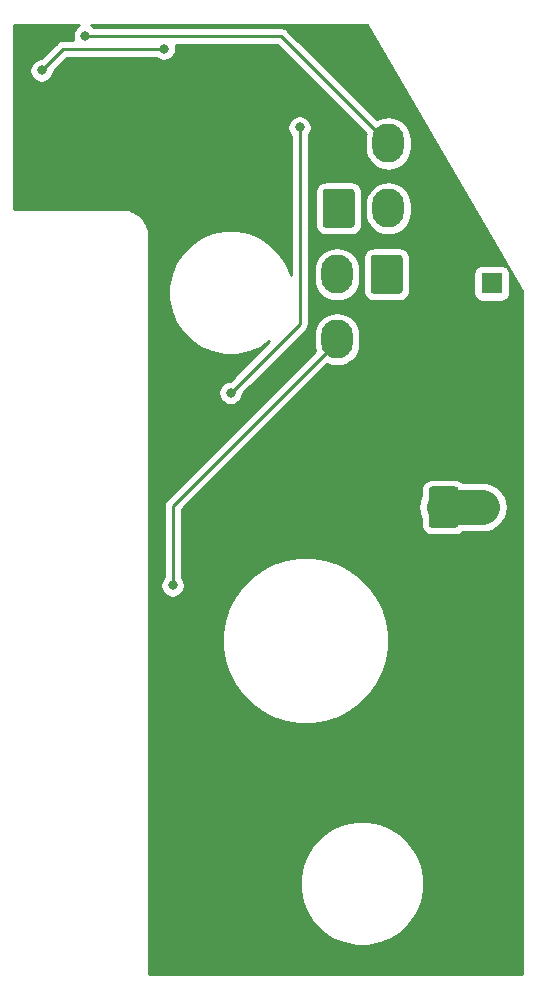
<source format=gbr>
G04 #@! TF.GenerationSoftware,KiCad,Pcbnew,(5.1.10)-1*
G04 #@! TF.CreationDate,2022-05-14T13:39:40+10:00*
G04 #@! TF.ProjectId,AV COOL PCB V2,41562043-4f4f-44c2-9050-43422056322e,rev?*
G04 #@! TF.SameCoordinates,Original*
G04 #@! TF.FileFunction,Copper,L2,Bot*
G04 #@! TF.FilePolarity,Positive*
%FSLAX46Y46*%
G04 Gerber Fmt 4.6, Leading zero omitted, Abs format (unit mm)*
G04 Created by KiCad (PCBNEW (5.1.10)-1) date 2022-05-14 13:39:40*
%MOMM*%
%LPD*%
G01*
G04 APERTURE LIST*
G04 #@! TA.AperFunction,ComponentPad*
%ADD10O,2.700000X3.300000*%
G04 #@! TD*
G04 #@! TA.AperFunction,ComponentPad*
%ADD11C,1.800000*%
G04 #@! TD*
G04 #@! TA.AperFunction,ComponentPad*
%ADD12R,1.800000X1.800000*%
G04 #@! TD*
G04 #@! TA.AperFunction,ViaPad*
%ADD13C,1.000000*%
G04 #@! TD*
G04 #@! TA.AperFunction,ViaPad*
%ADD14C,0.800000*%
G04 #@! TD*
G04 #@! TA.AperFunction,Conductor*
%ADD15C,3.000000*%
G04 #@! TD*
G04 #@! TA.AperFunction,Conductor*
%ADD16C,0.250000*%
G04 #@! TD*
G04 #@! TA.AperFunction,Conductor*
%ADD17C,0.254000*%
G04 #@! TD*
G04 #@! TA.AperFunction,Conductor*
%ADD18C,0.100000*%
G04 #@! TD*
G04 APERTURE END LIST*
D10*
G04 #@! TO.P,J2,4*
G04 #@! TO.N,/DATAOUT*
X236846000Y-61888000D03*
G04 #@! TO.P,J2,3*
G04 #@! TO.N,/LEDGND*
X241046000Y-61888000D03*
G04 #@! TO.P,J2,2*
G04 #@! TO.N,/LED+5V*
X236846000Y-56388000D03*
G04 #@! TO.P,J2,1*
G04 #@! TA.AperFunction,ComponentPad*
G36*
G01*
X242396000Y-54988001D02*
X242396000Y-57787999D01*
G75*
G02*
X242145999Y-58038000I-250001J0D01*
G01*
X239946001Y-58038000D01*
G75*
G02*
X239696000Y-57787999I0J250001D01*
G01*
X239696000Y-54988001D01*
G75*
G02*
X239946001Y-54738000I250001J0D01*
G01*
X242145999Y-54738000D01*
G75*
G02*
X242396000Y-54988001I0J-250001D01*
G01*
G37*
G04 #@! TD.AperFunction*
G04 #@! TD*
G04 #@! TO.P,J1,4*
G04 #@! TO.N,/DATAIN*
X241182000Y-45300000D03*
G04 #@! TO.P,J1,3*
G04 #@! TO.N,/LEDGND*
X236982000Y-45300000D03*
G04 #@! TO.P,J1,2*
G04 #@! TO.N,/LED+5V*
X241182000Y-50800000D03*
G04 #@! TO.P,J1,1*
G04 #@! TA.AperFunction,ComponentPad*
G36*
G01*
X235632000Y-52199999D02*
X235632000Y-49400001D01*
G75*
G02*
X235882001Y-49150000I250001J0D01*
G01*
X238081999Y-49150000D01*
G75*
G02*
X238332000Y-49400001I0J-250001D01*
G01*
X238332000Y-52199999D01*
G75*
G02*
X238081999Y-52450000I-250001J0D01*
G01*
X235882001Y-52450000D01*
G75*
G02*
X235632000Y-52199999I0J250001D01*
G01*
G37*
G04 #@! TD.AperFunction*
G04 #@! TD*
D11*
G04 #@! TO.P,D1,2*
G04 #@! TO.N,/LEDGND*
X247396000Y-57150000D03*
D12*
G04 #@! TO.P,D1,1*
G04 #@! TO.N,Net-(D1-Pad1)*
X249936000Y-57150000D03*
G04 #@! TD*
G04 #@! TO.P,C1,2*
G04 #@! TO.N,/LEDGND*
G04 #@! TA.AperFunction,SMDPad,CuDef*
G36*
G01*
X246872000Y-71346000D02*
X244872000Y-71346000D01*
G75*
G02*
X244622000Y-71096000I0J250000D01*
G01*
X244622000Y-68096000D01*
G75*
G02*
X244872000Y-67846000I250000J0D01*
G01*
X246872000Y-67846000D01*
G75*
G02*
X247122000Y-68096000I0J-250000D01*
G01*
X247122000Y-71096000D01*
G75*
G02*
X246872000Y-71346000I-250000J0D01*
G01*
G37*
G04 #@! TD.AperFunction*
G04 #@! TO.P,C1,1*
G04 #@! TO.N,/LED+5V*
G04 #@! TA.AperFunction,SMDPad,CuDef*
G36*
G01*
X246872000Y-77846000D02*
X244872000Y-77846000D01*
G75*
G02*
X244622000Y-77596000I0J250000D01*
G01*
X244622000Y-74596000D01*
G75*
G02*
X244872000Y-74346000I250000J0D01*
G01*
X246872000Y-74346000D01*
G75*
G02*
X247122000Y-74596000I0J-250000D01*
G01*
X247122000Y-77596000D01*
G75*
G02*
X246872000Y-77846000I-250000J0D01*
G01*
G37*
G04 #@! TD.AperFunction*
G04 #@! TD*
D13*
G04 #@! TO.N,/LEDGND*
X215212000Y-42111000D03*
X224282000Y-42037000D03*
X231902000Y-41783000D03*
X240741000Y-40462000D03*
X229591000Y-71526000D03*
X236398000Y-71704000D03*
X231699000Y-78054000D03*
X242138000Y-78054000D03*
X245694000Y-83388000D03*
X222936000Y-91618000D03*
X233426000Y-100584000D03*
X240702000Y-100621000D03*
X245528000Y-72861000D03*
G04 #@! TO.N,/LED+5V*
X249151000Y-76096000D03*
X248262000Y-76096000D03*
X247246000Y-76096000D03*
X246357000Y-76096000D03*
D14*
G04 #@! TO.N,/DATAIN*
X215519000Y-36195000D03*
G04 #@! TO.N,/DATAOUT*
X222936000Y-82728000D03*
G04 #@! TO.N,Net-(D2-Pad2)*
X222186500Y-37274500D03*
X211836000Y-39116000D03*
G04 #@! TO.N,Net-(D5-Pad2)*
X227838000Y-66421000D03*
X233680000Y-43942000D03*
G04 #@! TD*
D15*
G04 #@! TO.N,/LED+5V*
X245872000Y-76096000D02*
X246357000Y-76096000D01*
X249151000Y-76096000D02*
X249151000Y-76096000D01*
X248262000Y-76096000D02*
X249151000Y-76096000D01*
X247246000Y-76096000D02*
X248262000Y-76096000D01*
X246357000Y-76096000D02*
X247246000Y-76096000D01*
D16*
G04 #@! TO.N,/DATAIN*
X241182000Y-45300000D02*
X232077000Y-36195000D01*
X232077000Y-36195000D02*
X215519000Y-36195000D01*
G04 #@! TO.N,/DATAOUT*
X236846000Y-62087000D02*
X222936000Y-75997000D01*
X236846000Y-61888000D02*
X236846000Y-62087000D01*
X222936000Y-75997000D02*
X222936000Y-82728000D01*
G04 #@! TO.N,Net-(D2-Pad2)*
X213677500Y-37274500D02*
X211836000Y-39116000D01*
X222186500Y-37274500D02*
X213677500Y-37274500D01*
G04 #@! TO.N,Net-(D5-Pad2)*
X227838000Y-66421000D02*
X233680000Y-60579000D01*
X233680000Y-60579000D02*
X233680000Y-43942000D01*
X233680000Y-43942000D02*
X233680000Y-43942000D01*
G04 #@! TD*
D17*
G04 #@! TO.N,/LEDGND*
X214859226Y-35391063D02*
X214715063Y-35535226D01*
X214601795Y-35704744D01*
X214523774Y-35893102D01*
X214484000Y-36093061D01*
X214484000Y-36296939D01*
X214523774Y-36496898D01*
X214531065Y-36514500D01*
X213714822Y-36514500D01*
X213677499Y-36510824D01*
X213640176Y-36514500D01*
X213640167Y-36514500D01*
X213528514Y-36525497D01*
X213385253Y-36568954D01*
X213253224Y-36639526D01*
X213137499Y-36734499D01*
X213113701Y-36763497D01*
X211796199Y-38081000D01*
X211734061Y-38081000D01*
X211534102Y-38120774D01*
X211345744Y-38198795D01*
X211176226Y-38312063D01*
X211032063Y-38456226D01*
X210918795Y-38625744D01*
X210840774Y-38814102D01*
X210801000Y-39014061D01*
X210801000Y-39217939D01*
X210840774Y-39417898D01*
X210918795Y-39606256D01*
X211032063Y-39775774D01*
X211176226Y-39919937D01*
X211345744Y-40033205D01*
X211534102Y-40111226D01*
X211734061Y-40151000D01*
X211937939Y-40151000D01*
X212137898Y-40111226D01*
X212326256Y-40033205D01*
X212495774Y-39919937D01*
X212639937Y-39775774D01*
X212753205Y-39606256D01*
X212831226Y-39417898D01*
X212871000Y-39217939D01*
X212871000Y-39155801D01*
X213992302Y-38034500D01*
X221482789Y-38034500D01*
X221526726Y-38078437D01*
X221696244Y-38191705D01*
X221884602Y-38269726D01*
X222084561Y-38309500D01*
X222288439Y-38309500D01*
X222488398Y-38269726D01*
X222676756Y-38191705D01*
X222846274Y-38078437D01*
X222990437Y-37934274D01*
X223103705Y-37764756D01*
X223181726Y-37576398D01*
X223221500Y-37376439D01*
X223221500Y-37172561D01*
X223181726Y-36972602D01*
X223174435Y-36955000D01*
X231762199Y-36955000D01*
X239270490Y-44463293D01*
X239225722Y-44610873D01*
X239197000Y-44902491D01*
X239197000Y-45697510D01*
X239225722Y-45989128D01*
X239339226Y-46363302D01*
X239523547Y-46708143D01*
X239771603Y-47010398D01*
X240073858Y-47258453D01*
X240418699Y-47442774D01*
X240792873Y-47556278D01*
X241182000Y-47594604D01*
X241571128Y-47556278D01*
X241945302Y-47442774D01*
X242290143Y-47258453D01*
X242592398Y-47010398D01*
X242840453Y-46708143D01*
X243024774Y-46363302D01*
X243138278Y-45989127D01*
X243167000Y-45697509D01*
X243167000Y-44902490D01*
X243138278Y-44610872D01*
X243024774Y-44236698D01*
X242840453Y-43891857D01*
X242592398Y-43589602D01*
X242290143Y-43341547D01*
X241945301Y-43157226D01*
X241571127Y-43043722D01*
X241182000Y-43005396D01*
X240792872Y-43043722D01*
X240418698Y-43157226D01*
X240220153Y-43263350D01*
X232640804Y-35684003D01*
X232617001Y-35654999D01*
X232501276Y-35560026D01*
X232369247Y-35489454D01*
X232225986Y-35445997D01*
X232114333Y-35435000D01*
X232114322Y-35435000D01*
X232077000Y-35431324D01*
X232039678Y-35435000D01*
X216222711Y-35435000D01*
X216178774Y-35391063D01*
X216011059Y-35279000D01*
X239354088Y-35279000D01*
X252502955Y-57793434D01*
X252502954Y-115597041D01*
X220952935Y-115597041D01*
X220952945Y-107430271D01*
X233673519Y-107430271D01*
X233673519Y-108469749D01*
X233876311Y-109489254D01*
X234274102Y-110449607D01*
X234851606Y-111313901D01*
X235586628Y-112048923D01*
X236450922Y-112626427D01*
X237411275Y-113024218D01*
X238430780Y-113227010D01*
X239470258Y-113227010D01*
X240489763Y-113024218D01*
X241450116Y-112626427D01*
X242314410Y-112048923D01*
X243049432Y-111313901D01*
X243626936Y-110449607D01*
X244024727Y-109489254D01*
X244227519Y-108469749D01*
X244227519Y-107430271D01*
X244024727Y-106410766D01*
X243626936Y-105450413D01*
X243049432Y-104586119D01*
X242314410Y-103851097D01*
X241450116Y-103273593D01*
X240489763Y-102875802D01*
X239470258Y-102673010D01*
X238430780Y-102673010D01*
X237411275Y-102875802D01*
X236450922Y-103273593D01*
X235586628Y-103851097D01*
X234851606Y-104586119D01*
X234274102Y-105450413D01*
X233876311Y-106410766D01*
X233673519Y-107430271D01*
X220952945Y-107430271D01*
X220952973Y-86818558D01*
X227104921Y-86818558D01*
X227104921Y-87933462D01*
X227279331Y-89034639D01*
X227623855Y-90094976D01*
X228130011Y-91088362D01*
X228785335Y-91990338D01*
X229573691Y-92778694D01*
X230475667Y-93434018D01*
X231469053Y-93940174D01*
X232529390Y-94284698D01*
X233630567Y-94459108D01*
X234745471Y-94459108D01*
X235846648Y-94284698D01*
X236906985Y-93940174D01*
X237900371Y-93434018D01*
X238802347Y-92778694D01*
X239590703Y-91990338D01*
X240246027Y-91088362D01*
X240752183Y-90094976D01*
X241096707Y-89034639D01*
X241271117Y-87933462D01*
X241271117Y-86818558D01*
X241096707Y-85717381D01*
X240752183Y-84657044D01*
X240246027Y-83663658D01*
X239590703Y-82761682D01*
X238802347Y-81973326D01*
X237900371Y-81318002D01*
X236906985Y-80811846D01*
X235846648Y-80467322D01*
X234745471Y-80292912D01*
X233630567Y-80292912D01*
X232529390Y-80467322D01*
X231469053Y-80811846D01*
X230475667Y-81318002D01*
X229573691Y-81973326D01*
X228785335Y-82761682D01*
X228130011Y-83663658D01*
X227623855Y-84657044D01*
X227279331Y-85717381D01*
X227104921Y-86818558D01*
X220952973Y-86818558D01*
X220952979Y-82626061D01*
X221901000Y-82626061D01*
X221901000Y-82829939D01*
X221940774Y-83029898D01*
X222018795Y-83218256D01*
X222132063Y-83387774D01*
X222276226Y-83531937D01*
X222445744Y-83645205D01*
X222634102Y-83723226D01*
X222834061Y-83763000D01*
X223037939Y-83763000D01*
X223237898Y-83723226D01*
X223426256Y-83645205D01*
X223595774Y-83531937D01*
X223739937Y-83387774D01*
X223853205Y-83218256D01*
X223931226Y-83029898D01*
X223971000Y-82829939D01*
X223971000Y-82626061D01*
X223931226Y-82426102D01*
X223853205Y-82237744D01*
X223739937Y-82068226D01*
X223696000Y-82024289D01*
X223696000Y-76311801D01*
X223911801Y-76096000D01*
X243726670Y-76096000D01*
X243767892Y-76514533D01*
X243889974Y-76916982D01*
X243983928Y-77092758D01*
X243983928Y-77596000D01*
X244000992Y-77769254D01*
X244051528Y-77935850D01*
X244133595Y-78089386D01*
X244244038Y-78223962D01*
X244378614Y-78334405D01*
X244532150Y-78416472D01*
X244698746Y-78467008D01*
X244872000Y-78484072D01*
X246872000Y-78484072D01*
X247045254Y-78467008D01*
X247211850Y-78416472D01*
X247365386Y-78334405D01*
X247491386Y-78231000D01*
X249255882Y-78231000D01*
X249569533Y-78200108D01*
X249971982Y-78078026D01*
X250342881Y-77879777D01*
X250667977Y-77612977D01*
X250934777Y-77287881D01*
X251133026Y-76916982D01*
X251255108Y-76514533D01*
X251296330Y-76096000D01*
X251255108Y-75677467D01*
X251133026Y-75275018D01*
X250934777Y-74904119D01*
X250667977Y-74579023D01*
X250342881Y-74312223D01*
X249971982Y-74113974D01*
X249569533Y-73991892D01*
X249255882Y-73961000D01*
X247491386Y-73961000D01*
X247365386Y-73857595D01*
X247211850Y-73775528D01*
X247045254Y-73724992D01*
X246872000Y-73707928D01*
X244872000Y-73707928D01*
X244698746Y-73724992D01*
X244532150Y-73775528D01*
X244378614Y-73857595D01*
X244244038Y-73968038D01*
X244133595Y-74102614D01*
X244051528Y-74256150D01*
X244000992Y-74422746D01*
X243983928Y-74596000D01*
X243983928Y-75099242D01*
X243889974Y-75275018D01*
X243767892Y-75677467D01*
X243726670Y-76096000D01*
X223911801Y-76096000D01*
X236013836Y-63993966D01*
X236082698Y-64030774D01*
X236456872Y-64144278D01*
X236846000Y-64182604D01*
X237235127Y-64144278D01*
X237609301Y-64030774D01*
X237954143Y-63846453D01*
X238256398Y-63598398D01*
X238504453Y-63296143D01*
X238688774Y-62951302D01*
X238802278Y-62577128D01*
X238831000Y-62285510D01*
X238831000Y-61490491D01*
X238802278Y-61198873D01*
X238688774Y-60824698D01*
X238504453Y-60479857D01*
X238256398Y-60177602D01*
X237954143Y-59929547D01*
X237609302Y-59745226D01*
X237235128Y-59631722D01*
X236846000Y-59593396D01*
X236456873Y-59631722D01*
X236082699Y-59745226D01*
X235737858Y-59929547D01*
X235435603Y-60177602D01*
X235187547Y-60479857D01*
X235003226Y-60824698D01*
X234889722Y-61198872D01*
X234861000Y-61490490D01*
X234861000Y-62285509D01*
X234889722Y-62577127D01*
X234980806Y-62877392D01*
X222425003Y-75433196D01*
X222395999Y-75456999D01*
X222340871Y-75524174D01*
X222301026Y-75572724D01*
X222245039Y-75677467D01*
X222230454Y-75704754D01*
X222186997Y-75848015D01*
X222176000Y-75959668D01*
X222176000Y-75959678D01*
X222172324Y-75997000D01*
X222176000Y-76034323D01*
X222176001Y-82024288D01*
X222132063Y-82068226D01*
X222018795Y-82237744D01*
X221940774Y-82426102D01*
X221901000Y-82626061D01*
X220952979Y-82626061D01*
X220953013Y-57392261D01*
X222561000Y-57392261D01*
X222561000Y-58431739D01*
X222763792Y-59451244D01*
X223161583Y-60411597D01*
X223739087Y-61275891D01*
X224474109Y-62010913D01*
X225338403Y-62588417D01*
X226298756Y-62986208D01*
X227318261Y-63189000D01*
X228357739Y-63189000D01*
X229377244Y-62986208D01*
X230337597Y-62588417D01*
X231115683Y-62068516D01*
X227798199Y-65386000D01*
X227736061Y-65386000D01*
X227536102Y-65425774D01*
X227347744Y-65503795D01*
X227178226Y-65617063D01*
X227034063Y-65761226D01*
X226920795Y-65930744D01*
X226842774Y-66119102D01*
X226803000Y-66319061D01*
X226803000Y-66522939D01*
X226842774Y-66722898D01*
X226920795Y-66911256D01*
X227034063Y-67080774D01*
X227178226Y-67224937D01*
X227347744Y-67338205D01*
X227536102Y-67416226D01*
X227736061Y-67456000D01*
X227939939Y-67456000D01*
X228139898Y-67416226D01*
X228328256Y-67338205D01*
X228497774Y-67224937D01*
X228641937Y-67080774D01*
X228755205Y-66911256D01*
X228833226Y-66722898D01*
X228873000Y-66522939D01*
X228873000Y-66460801D01*
X234191004Y-61142798D01*
X234220001Y-61119001D01*
X234314974Y-61003276D01*
X234385546Y-60871247D01*
X234429003Y-60727986D01*
X234440000Y-60616333D01*
X234440000Y-60616325D01*
X234443676Y-60579000D01*
X234440000Y-60541675D01*
X234440000Y-55990490D01*
X234861000Y-55990490D01*
X234861000Y-56785509D01*
X234889722Y-57077127D01*
X235003226Y-57451301D01*
X235187547Y-57796143D01*
X235435602Y-58098398D01*
X235737857Y-58346453D01*
X236082698Y-58530774D01*
X236456872Y-58644278D01*
X236846000Y-58682604D01*
X237235127Y-58644278D01*
X237609301Y-58530774D01*
X237954143Y-58346453D01*
X238256398Y-58098398D01*
X238504453Y-57796143D01*
X238688774Y-57451302D01*
X238802278Y-57077128D01*
X238831000Y-56785510D01*
X238831000Y-55990491D01*
X238802278Y-55698873D01*
X238688774Y-55324698D01*
X238508807Y-54988001D01*
X239057928Y-54988001D01*
X239057928Y-57787999D01*
X239074992Y-57961253D01*
X239125529Y-58127850D01*
X239207595Y-58281386D01*
X239318039Y-58415961D01*
X239452614Y-58526405D01*
X239606150Y-58608471D01*
X239772747Y-58659008D01*
X239946001Y-58676072D01*
X242145999Y-58676072D01*
X242319253Y-58659008D01*
X242485850Y-58608471D01*
X242639386Y-58526405D01*
X242773961Y-58415961D01*
X242884405Y-58281386D01*
X242966471Y-58127850D01*
X243017008Y-57961253D01*
X243034072Y-57787999D01*
X243034072Y-56250000D01*
X248397928Y-56250000D01*
X248397928Y-58050000D01*
X248410188Y-58174482D01*
X248446498Y-58294180D01*
X248505463Y-58404494D01*
X248584815Y-58501185D01*
X248681506Y-58580537D01*
X248791820Y-58639502D01*
X248911518Y-58675812D01*
X249036000Y-58688072D01*
X250836000Y-58688072D01*
X250960482Y-58675812D01*
X251080180Y-58639502D01*
X251190494Y-58580537D01*
X251287185Y-58501185D01*
X251366537Y-58404494D01*
X251425502Y-58294180D01*
X251461812Y-58174482D01*
X251474072Y-58050000D01*
X251474072Y-56250000D01*
X251461812Y-56125518D01*
X251425502Y-56005820D01*
X251366537Y-55895506D01*
X251287185Y-55798815D01*
X251190494Y-55719463D01*
X251080180Y-55660498D01*
X250960482Y-55624188D01*
X250836000Y-55611928D01*
X249036000Y-55611928D01*
X248911518Y-55624188D01*
X248791820Y-55660498D01*
X248681506Y-55719463D01*
X248584815Y-55798815D01*
X248505463Y-55895506D01*
X248446498Y-56005820D01*
X248410188Y-56125518D01*
X248397928Y-56250000D01*
X243034072Y-56250000D01*
X243034072Y-54988001D01*
X243017008Y-54814747D01*
X242966471Y-54648150D01*
X242884405Y-54494614D01*
X242773961Y-54360039D01*
X242639386Y-54249595D01*
X242485850Y-54167529D01*
X242319253Y-54116992D01*
X242145999Y-54099928D01*
X239946001Y-54099928D01*
X239772747Y-54116992D01*
X239606150Y-54167529D01*
X239452614Y-54249595D01*
X239318039Y-54360039D01*
X239207595Y-54494614D01*
X239125529Y-54648150D01*
X239074992Y-54814747D01*
X239057928Y-54988001D01*
X238508807Y-54988001D01*
X238504453Y-54979857D01*
X238256398Y-54677602D01*
X237954143Y-54429547D01*
X237609302Y-54245226D01*
X237235128Y-54131722D01*
X236846000Y-54093396D01*
X236456873Y-54131722D01*
X236082699Y-54245226D01*
X235737858Y-54429547D01*
X235435603Y-54677602D01*
X235187547Y-54979857D01*
X235003226Y-55324698D01*
X234889722Y-55698872D01*
X234861000Y-55990490D01*
X234440000Y-55990490D01*
X234440000Y-49400001D01*
X234993928Y-49400001D01*
X234993928Y-52199999D01*
X235010992Y-52373253D01*
X235061529Y-52539850D01*
X235143595Y-52693386D01*
X235254039Y-52827961D01*
X235388614Y-52938405D01*
X235542150Y-53020471D01*
X235708747Y-53071008D01*
X235882001Y-53088072D01*
X238081999Y-53088072D01*
X238255253Y-53071008D01*
X238421850Y-53020471D01*
X238575386Y-52938405D01*
X238709961Y-52827961D01*
X238820405Y-52693386D01*
X238902471Y-52539850D01*
X238953008Y-52373253D01*
X238970072Y-52199999D01*
X238970072Y-50402491D01*
X239197000Y-50402491D01*
X239197000Y-51197510D01*
X239225722Y-51489128D01*
X239339226Y-51863302D01*
X239523547Y-52208143D01*
X239771603Y-52510398D01*
X240073858Y-52758453D01*
X240418699Y-52942774D01*
X240792873Y-53056278D01*
X241182000Y-53094604D01*
X241571128Y-53056278D01*
X241945302Y-52942774D01*
X242290143Y-52758453D01*
X242592398Y-52510398D01*
X242840453Y-52208143D01*
X243024774Y-51863302D01*
X243138278Y-51489127D01*
X243167000Y-51197509D01*
X243167000Y-50402490D01*
X243138278Y-50110872D01*
X243024774Y-49736698D01*
X242840453Y-49391857D01*
X242592398Y-49089602D01*
X242290143Y-48841547D01*
X241945301Y-48657226D01*
X241571127Y-48543722D01*
X241182000Y-48505396D01*
X240792872Y-48543722D01*
X240418698Y-48657226D01*
X240073857Y-48841547D01*
X239771602Y-49089602D01*
X239523547Y-49391857D01*
X239339226Y-49736699D01*
X239225722Y-50110873D01*
X239197000Y-50402491D01*
X238970072Y-50402491D01*
X238970072Y-49400001D01*
X238953008Y-49226747D01*
X238902471Y-49060150D01*
X238820405Y-48906614D01*
X238709961Y-48772039D01*
X238575386Y-48661595D01*
X238421850Y-48579529D01*
X238255253Y-48528992D01*
X238081999Y-48511928D01*
X235882001Y-48511928D01*
X235708747Y-48528992D01*
X235542150Y-48579529D01*
X235388614Y-48661595D01*
X235254039Y-48772039D01*
X235143595Y-48906614D01*
X235061529Y-49060150D01*
X235010992Y-49226747D01*
X234993928Y-49400001D01*
X234440000Y-49400001D01*
X234440000Y-44645711D01*
X234483937Y-44601774D01*
X234597205Y-44432256D01*
X234675226Y-44243898D01*
X234715000Y-44043939D01*
X234715000Y-43840061D01*
X234675226Y-43640102D01*
X234597205Y-43451744D01*
X234483937Y-43282226D01*
X234339774Y-43138063D01*
X234170256Y-43024795D01*
X233981898Y-42946774D01*
X233781939Y-42907000D01*
X233578061Y-42907000D01*
X233378102Y-42946774D01*
X233189744Y-43024795D01*
X233020226Y-43138063D01*
X232876063Y-43282226D01*
X232762795Y-43451744D01*
X232684774Y-43640102D01*
X232645000Y-43840061D01*
X232645000Y-44043939D01*
X232684774Y-44243898D01*
X232762795Y-44432256D01*
X232876063Y-44601774D01*
X232920001Y-44645712D01*
X232920000Y-56411930D01*
X232912208Y-56372756D01*
X232514417Y-55412403D01*
X231936913Y-54548109D01*
X231201891Y-53813087D01*
X230337597Y-53235583D01*
X229377244Y-52837792D01*
X228357739Y-52635000D01*
X227318261Y-52635000D01*
X226298756Y-52837792D01*
X225338403Y-53235583D01*
X224474109Y-53813087D01*
X223739087Y-54548109D01*
X223161583Y-55412403D01*
X222763792Y-56372756D01*
X222561000Y-57392261D01*
X220953013Y-57392261D01*
X220953019Y-53113406D01*
X220949887Y-53081602D01*
X220949955Y-53071813D01*
X220948954Y-53061600D01*
X220916569Y-52753472D01*
X220903166Y-52688178D01*
X220890690Y-52622778D01*
X220887725Y-52612954D01*
X220796107Y-52316984D01*
X220770269Y-52255517D01*
X220745336Y-52193806D01*
X220740519Y-52184746D01*
X220740519Y-52184745D01*
X220740514Y-52184738D01*
X220593157Y-51912207D01*
X220555907Y-51856981D01*
X220519430Y-51801238D01*
X220512944Y-51793285D01*
X220315454Y-51554560D01*
X220268162Y-51507597D01*
X220221573Y-51460022D01*
X220213666Y-51453480D01*
X219973568Y-51257662D01*
X219918070Y-51220790D01*
X219863118Y-51183163D01*
X219854091Y-51178282D01*
X219580531Y-51032827D01*
X219518915Y-51007431D01*
X219457708Y-50981198D01*
X219447905Y-50978163D01*
X219151303Y-50888614D01*
X219085926Y-50875669D01*
X219020796Y-50861825D01*
X219010590Y-50860752D01*
X218702243Y-50830518D01*
X218701789Y-50830518D01*
X218666649Y-50827057D01*
X209522913Y-50827057D01*
X209522996Y-35279000D01*
X215026941Y-35279000D01*
X214859226Y-35391063D01*
G04 #@! TA.AperFunction,Conductor*
D18*
G36*
X214859226Y-35391063D02*
G01*
X214715063Y-35535226D01*
X214601795Y-35704744D01*
X214523774Y-35893102D01*
X214484000Y-36093061D01*
X214484000Y-36296939D01*
X214523774Y-36496898D01*
X214531065Y-36514500D01*
X213714822Y-36514500D01*
X213677499Y-36510824D01*
X213640176Y-36514500D01*
X213640167Y-36514500D01*
X213528514Y-36525497D01*
X213385253Y-36568954D01*
X213253224Y-36639526D01*
X213137499Y-36734499D01*
X213113701Y-36763497D01*
X211796199Y-38081000D01*
X211734061Y-38081000D01*
X211534102Y-38120774D01*
X211345744Y-38198795D01*
X211176226Y-38312063D01*
X211032063Y-38456226D01*
X210918795Y-38625744D01*
X210840774Y-38814102D01*
X210801000Y-39014061D01*
X210801000Y-39217939D01*
X210840774Y-39417898D01*
X210918795Y-39606256D01*
X211032063Y-39775774D01*
X211176226Y-39919937D01*
X211345744Y-40033205D01*
X211534102Y-40111226D01*
X211734061Y-40151000D01*
X211937939Y-40151000D01*
X212137898Y-40111226D01*
X212326256Y-40033205D01*
X212495774Y-39919937D01*
X212639937Y-39775774D01*
X212753205Y-39606256D01*
X212831226Y-39417898D01*
X212871000Y-39217939D01*
X212871000Y-39155801D01*
X213992302Y-38034500D01*
X221482789Y-38034500D01*
X221526726Y-38078437D01*
X221696244Y-38191705D01*
X221884602Y-38269726D01*
X222084561Y-38309500D01*
X222288439Y-38309500D01*
X222488398Y-38269726D01*
X222676756Y-38191705D01*
X222846274Y-38078437D01*
X222990437Y-37934274D01*
X223103705Y-37764756D01*
X223181726Y-37576398D01*
X223221500Y-37376439D01*
X223221500Y-37172561D01*
X223181726Y-36972602D01*
X223174435Y-36955000D01*
X231762199Y-36955000D01*
X239270490Y-44463293D01*
X239225722Y-44610873D01*
X239197000Y-44902491D01*
X239197000Y-45697510D01*
X239225722Y-45989128D01*
X239339226Y-46363302D01*
X239523547Y-46708143D01*
X239771603Y-47010398D01*
X240073858Y-47258453D01*
X240418699Y-47442774D01*
X240792873Y-47556278D01*
X241182000Y-47594604D01*
X241571128Y-47556278D01*
X241945302Y-47442774D01*
X242290143Y-47258453D01*
X242592398Y-47010398D01*
X242840453Y-46708143D01*
X243024774Y-46363302D01*
X243138278Y-45989127D01*
X243167000Y-45697509D01*
X243167000Y-44902490D01*
X243138278Y-44610872D01*
X243024774Y-44236698D01*
X242840453Y-43891857D01*
X242592398Y-43589602D01*
X242290143Y-43341547D01*
X241945301Y-43157226D01*
X241571127Y-43043722D01*
X241182000Y-43005396D01*
X240792872Y-43043722D01*
X240418698Y-43157226D01*
X240220153Y-43263350D01*
X232640804Y-35684003D01*
X232617001Y-35654999D01*
X232501276Y-35560026D01*
X232369247Y-35489454D01*
X232225986Y-35445997D01*
X232114333Y-35435000D01*
X232114322Y-35435000D01*
X232077000Y-35431324D01*
X232039678Y-35435000D01*
X216222711Y-35435000D01*
X216178774Y-35391063D01*
X216011059Y-35279000D01*
X239354088Y-35279000D01*
X252502955Y-57793434D01*
X252502954Y-115597041D01*
X220952935Y-115597041D01*
X220952945Y-107430271D01*
X233673519Y-107430271D01*
X233673519Y-108469749D01*
X233876311Y-109489254D01*
X234274102Y-110449607D01*
X234851606Y-111313901D01*
X235586628Y-112048923D01*
X236450922Y-112626427D01*
X237411275Y-113024218D01*
X238430780Y-113227010D01*
X239470258Y-113227010D01*
X240489763Y-113024218D01*
X241450116Y-112626427D01*
X242314410Y-112048923D01*
X243049432Y-111313901D01*
X243626936Y-110449607D01*
X244024727Y-109489254D01*
X244227519Y-108469749D01*
X244227519Y-107430271D01*
X244024727Y-106410766D01*
X243626936Y-105450413D01*
X243049432Y-104586119D01*
X242314410Y-103851097D01*
X241450116Y-103273593D01*
X240489763Y-102875802D01*
X239470258Y-102673010D01*
X238430780Y-102673010D01*
X237411275Y-102875802D01*
X236450922Y-103273593D01*
X235586628Y-103851097D01*
X234851606Y-104586119D01*
X234274102Y-105450413D01*
X233876311Y-106410766D01*
X233673519Y-107430271D01*
X220952945Y-107430271D01*
X220952973Y-86818558D01*
X227104921Y-86818558D01*
X227104921Y-87933462D01*
X227279331Y-89034639D01*
X227623855Y-90094976D01*
X228130011Y-91088362D01*
X228785335Y-91990338D01*
X229573691Y-92778694D01*
X230475667Y-93434018D01*
X231469053Y-93940174D01*
X232529390Y-94284698D01*
X233630567Y-94459108D01*
X234745471Y-94459108D01*
X235846648Y-94284698D01*
X236906985Y-93940174D01*
X237900371Y-93434018D01*
X238802347Y-92778694D01*
X239590703Y-91990338D01*
X240246027Y-91088362D01*
X240752183Y-90094976D01*
X241096707Y-89034639D01*
X241271117Y-87933462D01*
X241271117Y-86818558D01*
X241096707Y-85717381D01*
X240752183Y-84657044D01*
X240246027Y-83663658D01*
X239590703Y-82761682D01*
X238802347Y-81973326D01*
X237900371Y-81318002D01*
X236906985Y-80811846D01*
X235846648Y-80467322D01*
X234745471Y-80292912D01*
X233630567Y-80292912D01*
X232529390Y-80467322D01*
X231469053Y-80811846D01*
X230475667Y-81318002D01*
X229573691Y-81973326D01*
X228785335Y-82761682D01*
X228130011Y-83663658D01*
X227623855Y-84657044D01*
X227279331Y-85717381D01*
X227104921Y-86818558D01*
X220952973Y-86818558D01*
X220952979Y-82626061D01*
X221901000Y-82626061D01*
X221901000Y-82829939D01*
X221940774Y-83029898D01*
X222018795Y-83218256D01*
X222132063Y-83387774D01*
X222276226Y-83531937D01*
X222445744Y-83645205D01*
X222634102Y-83723226D01*
X222834061Y-83763000D01*
X223037939Y-83763000D01*
X223237898Y-83723226D01*
X223426256Y-83645205D01*
X223595774Y-83531937D01*
X223739937Y-83387774D01*
X223853205Y-83218256D01*
X223931226Y-83029898D01*
X223971000Y-82829939D01*
X223971000Y-82626061D01*
X223931226Y-82426102D01*
X223853205Y-82237744D01*
X223739937Y-82068226D01*
X223696000Y-82024289D01*
X223696000Y-76311801D01*
X223911801Y-76096000D01*
X243726670Y-76096000D01*
X243767892Y-76514533D01*
X243889974Y-76916982D01*
X243983928Y-77092758D01*
X243983928Y-77596000D01*
X244000992Y-77769254D01*
X244051528Y-77935850D01*
X244133595Y-78089386D01*
X244244038Y-78223962D01*
X244378614Y-78334405D01*
X244532150Y-78416472D01*
X244698746Y-78467008D01*
X244872000Y-78484072D01*
X246872000Y-78484072D01*
X247045254Y-78467008D01*
X247211850Y-78416472D01*
X247365386Y-78334405D01*
X247491386Y-78231000D01*
X249255882Y-78231000D01*
X249569533Y-78200108D01*
X249971982Y-78078026D01*
X250342881Y-77879777D01*
X250667977Y-77612977D01*
X250934777Y-77287881D01*
X251133026Y-76916982D01*
X251255108Y-76514533D01*
X251296330Y-76096000D01*
X251255108Y-75677467D01*
X251133026Y-75275018D01*
X250934777Y-74904119D01*
X250667977Y-74579023D01*
X250342881Y-74312223D01*
X249971982Y-74113974D01*
X249569533Y-73991892D01*
X249255882Y-73961000D01*
X247491386Y-73961000D01*
X247365386Y-73857595D01*
X247211850Y-73775528D01*
X247045254Y-73724992D01*
X246872000Y-73707928D01*
X244872000Y-73707928D01*
X244698746Y-73724992D01*
X244532150Y-73775528D01*
X244378614Y-73857595D01*
X244244038Y-73968038D01*
X244133595Y-74102614D01*
X244051528Y-74256150D01*
X244000992Y-74422746D01*
X243983928Y-74596000D01*
X243983928Y-75099242D01*
X243889974Y-75275018D01*
X243767892Y-75677467D01*
X243726670Y-76096000D01*
X223911801Y-76096000D01*
X236013836Y-63993966D01*
X236082698Y-64030774D01*
X236456872Y-64144278D01*
X236846000Y-64182604D01*
X237235127Y-64144278D01*
X237609301Y-64030774D01*
X237954143Y-63846453D01*
X238256398Y-63598398D01*
X238504453Y-63296143D01*
X238688774Y-62951302D01*
X238802278Y-62577128D01*
X238831000Y-62285510D01*
X238831000Y-61490491D01*
X238802278Y-61198873D01*
X238688774Y-60824698D01*
X238504453Y-60479857D01*
X238256398Y-60177602D01*
X237954143Y-59929547D01*
X237609302Y-59745226D01*
X237235128Y-59631722D01*
X236846000Y-59593396D01*
X236456873Y-59631722D01*
X236082699Y-59745226D01*
X235737858Y-59929547D01*
X235435603Y-60177602D01*
X235187547Y-60479857D01*
X235003226Y-60824698D01*
X234889722Y-61198872D01*
X234861000Y-61490490D01*
X234861000Y-62285509D01*
X234889722Y-62577127D01*
X234980806Y-62877392D01*
X222425003Y-75433196D01*
X222395999Y-75456999D01*
X222340871Y-75524174D01*
X222301026Y-75572724D01*
X222245039Y-75677467D01*
X222230454Y-75704754D01*
X222186997Y-75848015D01*
X222176000Y-75959668D01*
X222176000Y-75959678D01*
X222172324Y-75997000D01*
X222176000Y-76034323D01*
X222176001Y-82024288D01*
X222132063Y-82068226D01*
X222018795Y-82237744D01*
X221940774Y-82426102D01*
X221901000Y-82626061D01*
X220952979Y-82626061D01*
X220953013Y-57392261D01*
X222561000Y-57392261D01*
X222561000Y-58431739D01*
X222763792Y-59451244D01*
X223161583Y-60411597D01*
X223739087Y-61275891D01*
X224474109Y-62010913D01*
X225338403Y-62588417D01*
X226298756Y-62986208D01*
X227318261Y-63189000D01*
X228357739Y-63189000D01*
X229377244Y-62986208D01*
X230337597Y-62588417D01*
X231115683Y-62068516D01*
X227798199Y-65386000D01*
X227736061Y-65386000D01*
X227536102Y-65425774D01*
X227347744Y-65503795D01*
X227178226Y-65617063D01*
X227034063Y-65761226D01*
X226920795Y-65930744D01*
X226842774Y-66119102D01*
X226803000Y-66319061D01*
X226803000Y-66522939D01*
X226842774Y-66722898D01*
X226920795Y-66911256D01*
X227034063Y-67080774D01*
X227178226Y-67224937D01*
X227347744Y-67338205D01*
X227536102Y-67416226D01*
X227736061Y-67456000D01*
X227939939Y-67456000D01*
X228139898Y-67416226D01*
X228328256Y-67338205D01*
X228497774Y-67224937D01*
X228641937Y-67080774D01*
X228755205Y-66911256D01*
X228833226Y-66722898D01*
X228873000Y-66522939D01*
X228873000Y-66460801D01*
X234191004Y-61142798D01*
X234220001Y-61119001D01*
X234314974Y-61003276D01*
X234385546Y-60871247D01*
X234429003Y-60727986D01*
X234440000Y-60616333D01*
X234440000Y-60616325D01*
X234443676Y-60579000D01*
X234440000Y-60541675D01*
X234440000Y-55990490D01*
X234861000Y-55990490D01*
X234861000Y-56785509D01*
X234889722Y-57077127D01*
X235003226Y-57451301D01*
X235187547Y-57796143D01*
X235435602Y-58098398D01*
X235737857Y-58346453D01*
X236082698Y-58530774D01*
X236456872Y-58644278D01*
X236846000Y-58682604D01*
X237235127Y-58644278D01*
X237609301Y-58530774D01*
X237954143Y-58346453D01*
X238256398Y-58098398D01*
X238504453Y-57796143D01*
X238688774Y-57451302D01*
X238802278Y-57077128D01*
X238831000Y-56785510D01*
X238831000Y-55990491D01*
X238802278Y-55698873D01*
X238688774Y-55324698D01*
X238508807Y-54988001D01*
X239057928Y-54988001D01*
X239057928Y-57787999D01*
X239074992Y-57961253D01*
X239125529Y-58127850D01*
X239207595Y-58281386D01*
X239318039Y-58415961D01*
X239452614Y-58526405D01*
X239606150Y-58608471D01*
X239772747Y-58659008D01*
X239946001Y-58676072D01*
X242145999Y-58676072D01*
X242319253Y-58659008D01*
X242485850Y-58608471D01*
X242639386Y-58526405D01*
X242773961Y-58415961D01*
X242884405Y-58281386D01*
X242966471Y-58127850D01*
X243017008Y-57961253D01*
X243034072Y-57787999D01*
X243034072Y-56250000D01*
X248397928Y-56250000D01*
X248397928Y-58050000D01*
X248410188Y-58174482D01*
X248446498Y-58294180D01*
X248505463Y-58404494D01*
X248584815Y-58501185D01*
X248681506Y-58580537D01*
X248791820Y-58639502D01*
X248911518Y-58675812D01*
X249036000Y-58688072D01*
X250836000Y-58688072D01*
X250960482Y-58675812D01*
X251080180Y-58639502D01*
X251190494Y-58580537D01*
X251287185Y-58501185D01*
X251366537Y-58404494D01*
X251425502Y-58294180D01*
X251461812Y-58174482D01*
X251474072Y-58050000D01*
X251474072Y-56250000D01*
X251461812Y-56125518D01*
X251425502Y-56005820D01*
X251366537Y-55895506D01*
X251287185Y-55798815D01*
X251190494Y-55719463D01*
X251080180Y-55660498D01*
X250960482Y-55624188D01*
X250836000Y-55611928D01*
X249036000Y-55611928D01*
X248911518Y-55624188D01*
X248791820Y-55660498D01*
X248681506Y-55719463D01*
X248584815Y-55798815D01*
X248505463Y-55895506D01*
X248446498Y-56005820D01*
X248410188Y-56125518D01*
X248397928Y-56250000D01*
X243034072Y-56250000D01*
X243034072Y-54988001D01*
X243017008Y-54814747D01*
X242966471Y-54648150D01*
X242884405Y-54494614D01*
X242773961Y-54360039D01*
X242639386Y-54249595D01*
X242485850Y-54167529D01*
X242319253Y-54116992D01*
X242145999Y-54099928D01*
X239946001Y-54099928D01*
X239772747Y-54116992D01*
X239606150Y-54167529D01*
X239452614Y-54249595D01*
X239318039Y-54360039D01*
X239207595Y-54494614D01*
X239125529Y-54648150D01*
X239074992Y-54814747D01*
X239057928Y-54988001D01*
X238508807Y-54988001D01*
X238504453Y-54979857D01*
X238256398Y-54677602D01*
X237954143Y-54429547D01*
X237609302Y-54245226D01*
X237235128Y-54131722D01*
X236846000Y-54093396D01*
X236456873Y-54131722D01*
X236082699Y-54245226D01*
X235737858Y-54429547D01*
X235435603Y-54677602D01*
X235187547Y-54979857D01*
X235003226Y-55324698D01*
X234889722Y-55698872D01*
X234861000Y-55990490D01*
X234440000Y-55990490D01*
X234440000Y-49400001D01*
X234993928Y-49400001D01*
X234993928Y-52199999D01*
X235010992Y-52373253D01*
X235061529Y-52539850D01*
X235143595Y-52693386D01*
X235254039Y-52827961D01*
X235388614Y-52938405D01*
X235542150Y-53020471D01*
X235708747Y-53071008D01*
X235882001Y-53088072D01*
X238081999Y-53088072D01*
X238255253Y-53071008D01*
X238421850Y-53020471D01*
X238575386Y-52938405D01*
X238709961Y-52827961D01*
X238820405Y-52693386D01*
X238902471Y-52539850D01*
X238953008Y-52373253D01*
X238970072Y-52199999D01*
X238970072Y-50402491D01*
X239197000Y-50402491D01*
X239197000Y-51197510D01*
X239225722Y-51489128D01*
X239339226Y-51863302D01*
X239523547Y-52208143D01*
X239771603Y-52510398D01*
X240073858Y-52758453D01*
X240418699Y-52942774D01*
X240792873Y-53056278D01*
X241182000Y-53094604D01*
X241571128Y-53056278D01*
X241945302Y-52942774D01*
X242290143Y-52758453D01*
X242592398Y-52510398D01*
X242840453Y-52208143D01*
X243024774Y-51863302D01*
X243138278Y-51489127D01*
X243167000Y-51197509D01*
X243167000Y-50402490D01*
X243138278Y-50110872D01*
X243024774Y-49736698D01*
X242840453Y-49391857D01*
X242592398Y-49089602D01*
X242290143Y-48841547D01*
X241945301Y-48657226D01*
X241571127Y-48543722D01*
X241182000Y-48505396D01*
X240792872Y-48543722D01*
X240418698Y-48657226D01*
X240073857Y-48841547D01*
X239771602Y-49089602D01*
X239523547Y-49391857D01*
X239339226Y-49736699D01*
X239225722Y-50110873D01*
X239197000Y-50402491D01*
X238970072Y-50402491D01*
X238970072Y-49400001D01*
X238953008Y-49226747D01*
X238902471Y-49060150D01*
X238820405Y-48906614D01*
X238709961Y-48772039D01*
X238575386Y-48661595D01*
X238421850Y-48579529D01*
X238255253Y-48528992D01*
X238081999Y-48511928D01*
X235882001Y-48511928D01*
X235708747Y-48528992D01*
X235542150Y-48579529D01*
X235388614Y-48661595D01*
X235254039Y-48772039D01*
X235143595Y-48906614D01*
X235061529Y-49060150D01*
X235010992Y-49226747D01*
X234993928Y-49400001D01*
X234440000Y-49400001D01*
X234440000Y-44645711D01*
X234483937Y-44601774D01*
X234597205Y-44432256D01*
X234675226Y-44243898D01*
X234715000Y-44043939D01*
X234715000Y-43840061D01*
X234675226Y-43640102D01*
X234597205Y-43451744D01*
X234483937Y-43282226D01*
X234339774Y-43138063D01*
X234170256Y-43024795D01*
X233981898Y-42946774D01*
X233781939Y-42907000D01*
X233578061Y-42907000D01*
X233378102Y-42946774D01*
X233189744Y-43024795D01*
X233020226Y-43138063D01*
X232876063Y-43282226D01*
X232762795Y-43451744D01*
X232684774Y-43640102D01*
X232645000Y-43840061D01*
X232645000Y-44043939D01*
X232684774Y-44243898D01*
X232762795Y-44432256D01*
X232876063Y-44601774D01*
X232920001Y-44645712D01*
X232920000Y-56411930D01*
X232912208Y-56372756D01*
X232514417Y-55412403D01*
X231936913Y-54548109D01*
X231201891Y-53813087D01*
X230337597Y-53235583D01*
X229377244Y-52837792D01*
X228357739Y-52635000D01*
X227318261Y-52635000D01*
X226298756Y-52837792D01*
X225338403Y-53235583D01*
X224474109Y-53813087D01*
X223739087Y-54548109D01*
X223161583Y-55412403D01*
X222763792Y-56372756D01*
X222561000Y-57392261D01*
X220953013Y-57392261D01*
X220953019Y-53113406D01*
X220949887Y-53081602D01*
X220949955Y-53071813D01*
X220948954Y-53061600D01*
X220916569Y-52753472D01*
X220903166Y-52688178D01*
X220890690Y-52622778D01*
X220887725Y-52612954D01*
X220796107Y-52316984D01*
X220770269Y-52255517D01*
X220745336Y-52193806D01*
X220740519Y-52184746D01*
X220740519Y-52184745D01*
X220740514Y-52184738D01*
X220593157Y-51912207D01*
X220555907Y-51856981D01*
X220519430Y-51801238D01*
X220512944Y-51793285D01*
X220315454Y-51554560D01*
X220268162Y-51507597D01*
X220221573Y-51460022D01*
X220213666Y-51453480D01*
X219973568Y-51257662D01*
X219918070Y-51220790D01*
X219863118Y-51183163D01*
X219854091Y-51178282D01*
X219580531Y-51032827D01*
X219518915Y-51007431D01*
X219457708Y-50981198D01*
X219447905Y-50978163D01*
X219151303Y-50888614D01*
X219085926Y-50875669D01*
X219020796Y-50861825D01*
X219010590Y-50860752D01*
X218702243Y-50830518D01*
X218701789Y-50830518D01*
X218666649Y-50827057D01*
X209522913Y-50827057D01*
X209522996Y-35279000D01*
X215026941Y-35279000D01*
X214859226Y-35391063D01*
G37*
G04 #@! TD.AperFunction*
G04 #@! TD*
M02*

</source>
